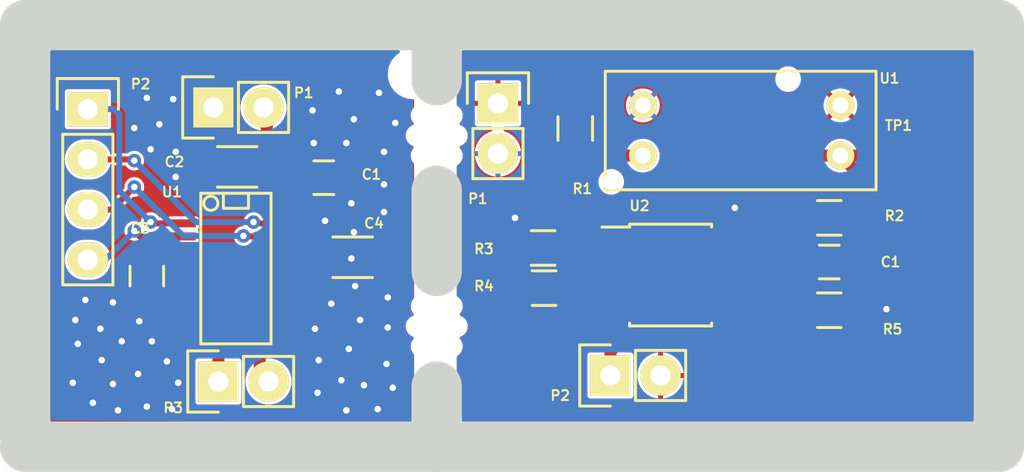
<source format=kicad_pcb>
(kicad_pcb (version 20221018) (generator pcbnew)
  (layers (0 "F.Cu" signal) (31 "B.Cu" signal) (34 "B.Paste" user) (35 "F.Paste" user) (36 "B.SilkS" user "B.Silkscreen") (37 "F.SilkS" user "F.Silkscreen") (38 "B.Mask" user) (39 "F.Mask" user) (44 "Edge.Cuts" user))
  (net 0 "")
  (net 1 "VCC")
  (net 2 "GND")
  (net 3 "Net-(P2-Pad1)")
  (net 4 "Net-(R1-Pad1)")
  (net 5 "Net-(R2-Pad2)")
  (net 6 "Net-(R3-Pad2)")
  (net 7 "Net-(U2-Pad5)")
  (net 8 "/VCC")
  (net 9 "/VM")
  (net 10 "/PWM")
  (net 11 "/IN2")
  (net 12 "/IN1")
  (net 13 "/STBY")
  (net 14 "/O1")
  (net 15 "/O2")
  (footprint "Capacitors_SMD:C_0805" (layer "F.Cu") (at 143.129 90.0176)
    (fp_text reference "C1" (at 2.413 -0.1651) (layer "F.SilkS") (effects (font (size 0.5 0.5) (thickness 0.1))))
    (fp_text value ".1U")
    (fp_line (start -0.5 0.85) (end 0.5 0.85) (stroke (width 0.15)) (layer "F.SilkS"))
    (fp_line (start 0.5 -0.85) (end -0.5 -0.85) (stroke (width 0.15)) (layer "F.SilkS"))
    (pad "1" smd rect (at -1 0) (size 1 1.25) (layers "F.Cu" "F.Paste" "F.Mask") (net 8 "/VCC"))
    (pad "2" smd rect (at 1 0) (size 1 1.25) (layers "F.Cu" "F.Paste" "F.Mask") (net 2 "GND"))
  )
  (footprint "Capacitors_SMD:C_1206" (layer "F.Cu") (at 138.7475 89.4715 180)
    (fp_text reference "C2" (at 3.175 0.254 180) (layer "F.SilkS") (effects (font (size 0.5 0.5) (thickness 0.1))))
    (fp_text value "10U")
    (fp_line (start -1 1.025) (end 1 1.025) (stroke (width 0.15)) (layer "F.SilkS"))
    (fp_line (start 1 -1.025) (end -1 -1.025) (stroke (width 0.15)) (layer "F.SilkS"))
    (pad "1" smd rect (at -1.5 0 180) (size 1 1.6) (layers "F.Cu" "F.Paste" "F.Mask") (net 8 "/VCC"))
    (pad "2" smd rect (at 1.5 0 180) (size 1 1.6) (layers "F.Cu" "F.Paste" "F.Mask") (net 2 "GND"))
  )
  (footprint "Capacitors_SMD:C_0805" (layer "F.Cu") (at 134.1755 94.996 -90)
    (fp_text reference "C3" (at -2.413 0.3175) (layer "F.SilkS") (effects (font (size 0.5 0.5) (thickness 0.1))))
    (fp_text value ".1U")
    (fp_line (start -0.5 0.85) (end 0.5 0.85) (stroke (width 0.15)) (layer "F.SilkS"))
    (fp_line (start 0.5 -0.85) (end -0.5 -0.85) (stroke (width 0.15)) (layer "F.SilkS"))
    (pad "1" smd rect (at -1 0 270) (size 1 1.25) (layers "F.Cu" "F.Paste" "F.Mask") (net 9 "/VM"))
    (pad "2" smd rect (at 1 0 270) (size 1 1.25) (layers "F.Cu" "F.Paste" "F.Mask") (net 2 "GND"))
  )
  (footprint "Capacitors_SMD:C_1206" (layer "F.Cu") (at 144.5895 94.0435)
    (fp_text reference "C4" (at 1.0795 -1.7145) (layer "F.SilkS") (effects (font (size 0.5 0.5) (thickness 0.1))))
    (fp_text value "10U")
    (fp_line (start -1 1.025) (end 1 1.025) (stroke (width 0.15)) (layer "F.SilkS"))
    (fp_line (start 1 -1.025) (end -1 -1.025) (stroke (width 0.15)) (layer "F.SilkS"))
    (pad "1" smd rect (at -1.5 0) (size 1 1.6) (layers "F.Cu" "F.Paste" "F.Mask") (net 9 "/VM"))
    (pad "2" smd rect (at 1.5 0) (size 1 1.6) (layers "F.Cu" "F.Paste" "F.Mask") (net 2 "GND"))
  )
  (footprint "Pin_Headers:Pin_Header_Straight_1x02" (layer "F.Cu") (at 137.541 86.4616 90)
    (fp_text reference "P1" (at 0.7366 4.572 180) (layer "F.SilkS") (effects (font (size 0.5 0.5) (thickness 0.1))))
    (fp_text value "CONN_01X02")
    (fp_line (start -1.55 -1.55) (end 1.55 -1.55) (stroke (width 0.15)) (layer "F.SilkS"))
    (fp_line (start -1.55 0) (end -1.55 -1.55) (stroke (width 0.15)) (layer "F.SilkS"))
    (fp_line (start -1.27 1.27) (end -1.27 3.81) (stroke (width 0.15)) (layer "F.SilkS"))
    (fp_line (start -1.27 3.81) (end 1.27 3.81) (stroke (width 0.15)) (layer "F.SilkS"))
    (fp_line (start 1.27 1.27) (end -1.27 1.27) (stroke (width 0.15)) (layer "F.SilkS"))
    (fp_line (start 1.27 1.27) (end 1.27 3.81) (stroke (width 0.15)) (layer "F.SilkS"))
    (fp_line (start 1.55 -1.55) (end 1.55 0) (stroke (width 0.15)) (layer "F.SilkS"))
    (pad "1" thru_hole rect (at 0 0 90) (size 2.032 2.032) (drill 1.016) (layers "*.Cu" "*.Mask" "F.SilkS") (net 2 "GND"))
    (pad "2" thru_hole oval (at 0 2.54 90) (size 2.032 2.032) (drill 1.016) (layers "*.Cu" "*.Mask" "F.SilkS") (net 8 "/VCC"))
  )
  (footprint "Pin_Headers:Pin_Header_Straight_1x04" (layer "F.Cu") (at 131.191 86.5505)
    (fp_text reference "P2" (at 2.667 -1.27) (layer "F.SilkS") (effects (font (size 0.5 0.5) (thickness 0.1))))
    (fp_text value "CONN_01X04")
    (fp_line (start -1.55 -1.55) (end 1.55 -1.55) (stroke (width 0.15)) (layer "F.SilkS"))
    (fp_line (start -1.55 0) (end -1.55 -1.55) (stroke (width 0.15)) (layer "F.SilkS"))
    (fp_line (start -1.27 1.27) (end -1.27 8.89) (stroke (width 0.15)) (layer "F.SilkS"))
    (fp_line (start -1.27 8.89) (end 1.27 8.89) (stroke (width 0.15)) (layer "F.SilkS"))
    (fp_line (start 1.27 1.27) (end -1.27 1.27) (stroke (width 0.15)) (layer "F.SilkS"))
    (fp_line (start 1.27 1.27) (end 1.27 8.89) (stroke (width 0.15)) (layer "F.SilkS"))
    (fp_line (start 1.55 -1.55) (end 1.55 0) (stroke (width 0.15)) (layer "F.SilkS"))
    (pad "1" thru_hole rect (at 0 0) (size 2.032 1.7272) (drill 1.016) (layers "*.Cu" "*.Mask" "F.SilkS") (net 10 "/PWM"))
    (pad "2" thru_hole oval (at 0 2.54) (size 2.032 1.7272) (drill 1.016) (layers "*.Cu" "*.Mask" "F.SilkS") (net 11 "/IN2"))
    (pad "3" thru_hole oval (at 0 5.08) (size 2.032 1.7272) (drill 1.016) (layers "*.Cu" "*.Mask" "F.SilkS") (net 12 "/IN1"))
    (pad "4" thru_hole oval (at 0 7.62) (size 2.032 1.7272) (drill 1.016) (layers "*.Cu" "*.Mask" "F.SilkS") (net 13 "/STBY"))
  )
  (footprint "Pin_Headers:Pin_Header_Straight_1x02" (layer "F.Cu") (at 137.795 100.33 90)
    (fp_text reference "P3" (at -1.3335 -2.286 180) (layer "F.SilkS") (effects (font (size 0.5 0.5) (thickness 0.1))))
    (fp_text value "CONN_01X02")
    (fp_line (start -1.55 -1.55) (end 1.55 -1.55) (stroke (width 0.15)) (layer "F.SilkS"))
    (fp_line (start -1.55 0) (end -1.55 -1.55) (stroke (width 0.15)) (layer "F.SilkS"))
    (fp_line (start -1.27 1.27) (end -1.27 3.81) (stroke (width 0.15)) (layer "F.SilkS"))
    (fp_line (start -1.27 3.81) (end 1.27 3.81) (stroke (width 0.15)) (layer "F.SilkS"))
    (fp_line (start 1.27 1.27) (end -1.27 1.27) (stroke (width 0.15)) (layer "F.SilkS"))
    (fp_line (start 1.27 1.27) (end 1.27 3.81) (stroke (width 0.15)) (layer "F.SilkS"))
    (fp_line (start 1.55 -1.55) (end 1.55 0) (stroke (width 0.15)) (layer "F.SilkS"))
    (pad "1" thru_hole rect (at 0 0 90) (size 2.032 2.032) (drill 1.016) (layers "*.Cu" "*.Mask" "F.SilkS") (net 14 "/O1"))
    (pad "2" thru_hole oval (at 0 2.54 90) (size 2.032 2.032) (drill 1.016) (layers "*.Cu" "*.Mask" "F.SilkS") (net 15 "/O2"))
  )
  (footprint "SMD_Packages:SSOP-20" (layer "F.Cu") (at 138.684 94.615 -90)
    (fp_text reference "U1" (at -3.8735 3.2385) (layer "F.SilkS") (effects (font (size 0.5 0.5) (thickness 0.1))))
    (fp_text value "TB6593FNG")
    (fp_line (start -3.81 -0.635) (end -3.048 -0.635) (stroke (width 0.15)) (layer "F.SilkS"))
    (fp_line (start -3.81 1.778) (end -3.81 -1.778) (stroke (width 0.15)) (layer "F.SilkS"))
    (fp_line (start -3.81 1.778) (end 3.81 1.778) (stroke (width 0.15)) (layer "F.SilkS"))
    (fp_line (start -3.048 -0.635) (end -3.048 0.635) (stroke (width 0.15)) (layer "F.SilkS"))
    (fp_line (start -3.048 0.635) (end -3.81 0.635) (stroke (width 0.15)) (layer "F.SilkS"))
    (fp_line (start 3.81 -1.778) (end -3.81 -1.778) (stroke (width 0.15)) (layer "F.SilkS"))
    (fp_line (start 3.81 -1.778) (end 3.81 1.778) (stroke (width 0.15)) (layer "F.SilkS"))
    (fp_circle (center -3.302 1.27) (end -3.556 1.016) (stroke (width 0.15)) (fill none) (layer "F.SilkS"))
    (pad "1" smd rect (at -2.921 2.667 270) (size 0.4064 1.27) (layers "F.Cu" "F.Paste" "F.Mask") (net 2 "GND"))
    (pad "2" smd rect (at -2.286 2.667 270) (size 0.4064 1.27) (layers "F.Cu" "F.Paste" "F.Mask") (net 10 "/PWM"))
    (pad "3" smd rect (at -1.6256 2.667 270) (size 0.4064 1.27) (layers "F.Cu" "F.Paste" "F.Mask") (net 13 "/STBY"))
    (pad "4" smd rect (at -0.9652 2.667 270) (size 0.4064 1.27) (layers "F.Cu" "F.Paste" "F.Mask") (net 9 "/VM"))
    (pad "5" smd rect (at -0.3302 2.667 270) (size 0.4064 1.27) (layers "F.Cu" "F.Paste" "F.Mask") (net 9 "/VM"))
    (pad "6" smd rect (at 0.3302 2.667 270) (size 0.4064 1.27) (layers "F.Cu" "F.Paste" "F.Mask") (net 14 "/O1"))
    (pad "7" smd rect (at 0.9906 2.667 270) (size 0.4064 1.27) (layers "F.Cu" "F.Paste" "F.Mask") (net 14 "/O1"))
    (pad "8" smd rect (at 1.6256 2.667 270) (size 0.4064 1.27) (layers "F.Cu" "F.Paste" "F.Mask") (net 2 "GND"))
    (pad "9" smd rect (at 2.286 2.667 270) (size 0.4064 1.27) (layers "F.Cu" "F.Paste" "F.Mask") (net 2 "GND"))
    (pad "10" smd rect (at 2.921 2.667 270) (size 0.4064 1.27) (layers "F.Cu" "F.Paste" "F.Mask") (net 2 "GND"))
    (pad "11" smd rect (at 2.921 -2.667 270) (size 0.4064 1.27) (layers "F.Cu" "F.Paste" "F.Mask") (net 2 "GND"))
    (pad "12" smd rect (at 2.286 -2.667 270) (size 0.4064 1.27) (layers "F.Cu" "F.Paste" "F.Mask") (net 2 "GND"))
    (pad "13" smd rect (at 1.6256 -2.667 270) (size 0.4064 1.27) (layers "F.Cu" "F.Paste" "F.Mask") (net 2 "GND"))
    (pad "14" smd rect (at 0.9906 -2.667 270) (size 0.4064 1.27) (layers "F.Cu" "F.Paste" "F.Mask") (net 15 "/O2"))
    (pad "15" smd rect (at 0.3302 -2.667 270) (size 0.4064 1.27) (layers "F.Cu" "F.Paste" "F.Mask") (net 15 "/O2"))
    (pad "16" smd rect (at -0.3302 -2.667 270) (size 0.4064 1.27) (layers "F.Cu" "F.Paste" "F.Mask") (net 9 "/VM"))
    (pad "17" smd rect (at -0.9652 -2.667 270) (size 0.4064 1.27) (layers "F.Cu" "F.Paste" "F.Mask") (net 9 "/VM"))
    (pad "18" smd rect (at -1.6256 -2.667 270) (size 0.4064 1.27) (layers "F.Cu" "F.Paste" "F.Mask") (net 12 "/IN1"))
    (pad "19" smd rect (at -2.286 -2.667 270) (size 0.4064 1.27) (layers "F.Cu" "F.Paste" "F.Mask") (net 11 "/IN2"))
    (pad "20" smd rect (at -2.921 -2.667 270) (size 0.4064 1.27) (layers "F.Cu" "F.Paste" "F.Mask") (net 8 "/VCC"))
  )
  (footprint "Capacitors_SMD:C_0805_HandSoldering" (layer "F.Cu") (at 168.7068 94.2848)
    (fp_text reference "C1" (at 3.0988 0) (layer "F.SilkS") (effects (font (size 0.5 0.5) (thickness 0.1))))
    (fp_text value "C")
    (fp_line (start -0.5 0.85) (end 0.5 0.85) (stroke (width 0.15)) (layer "F.SilkS"))
    (fp_line (start 0.5 -0.85) (end -0.5 -0.85) (stroke (width 0.15)) (layer "F.SilkS"))
    (pad "1" smd rect (at -1.25 0) (size 1.5 1.25) (layers "F.Cu" "F.Paste" "F.Mask") (net 1 "VCC"))
    (pad "2" smd rect (at 1.25 0) (size 1.5 1.25) (layers "F.Cu" "F.Paste" "F.Mask") (net 2 "GND"))
  )
  (footprint "Pin_Headers:Pin_Header_Straight_1x02" (layer "F.Cu") (at 151.9428 86.2584)
    (fp_text reference "P1" (at -1.016 4.826) (layer "F.SilkS") (effects (font (size 0.5 0.5) (thickness 0.1))))
    (fp_text value "CONN_01X02")
    (fp_line (start -1.55 -1.55) (end 1.55 -1.55) (stroke (width 0.15)) (layer "F.SilkS"))
    (fp_line (start -1.55 0) (end -1.55 -1.55) (stroke (width 0.15)) (layer "F.SilkS"))
    (fp_line (start -1.27 1.27) (end -1.27 3.81) (stroke (width 0.15)) (layer "F.SilkS"))
    (fp_line (start -1.27 3.81) (end 1.27 3.81) (stroke (width 0.15)) (layer "F.SilkS"))
    (fp_line (start 1.27 1.27) (end -1.27 1.27) (stroke (width 0.15)) (layer "F.SilkS"))
    (fp_line (start 1.27 1.27) (end 1.27 3.81) (stroke (width 0.15)) (layer "F.SilkS"))
    (fp_line (start 1.55 -1.55) (end 1.55 0) (stroke (width 0.15)) (layer "F.SilkS"))
    (pad "1" thru_hole rect (at 0 0) (size 2.032 2.032) (drill 1.016) (layers "*.Cu" "*.Mask" "F.SilkS") (net 2 "GND"))
    (pad "2" thru_hole oval (at 0 2.54) (size 2.032 2.032) (drill 1.016) (layers "*.Cu" "*.Mask" "F.SilkS") (net 1 "VCC"))
  )
  (footprint "Pin_Headers:Pin_Header_Straight_1x02" (layer "F.Cu") (at 157.6324 100.0252 90)
    (fp_text reference "P2" (at -1.016 -2.54) (layer "F.SilkS") (effects (font (size 0.5 0.5) (thickness 0.1))))
    (fp_text value "CONN_01X02")
    (fp_line (start -1.55 -1.55) (end 1.55 -1.55) (stroke (width 0.15)) (layer "F.SilkS"))
    (fp_line (start -1.55 0) (end -1.55 -1.55) (stroke (width 0.15)) (layer "F.SilkS"))
    (fp_line (start -1.27 1.27) (end -1.27 3.81) (stroke (width 0.15)) (layer "F.SilkS"))
    (fp_line (start -1.27 3.81) (end 1.27 3.81) (stroke (width 0.15)) (layer "F.SilkS"))
    (fp_line (start 1.27 1.27) (end -1.27 1.27) (stroke (width 0.15)) (layer "F.SilkS"))
    (fp_line (start 1.27 1.27) (end 1.27 3.81) (stroke (width 0.15)) (layer "F.SilkS"))
    (fp_line (start 1.55 -1.55) (end 1.55 0) (stroke (width 0.15)) (layer "F.SilkS"))
    (pad "1" thru_hole rect (at 0 0 90) (size 2.032 2.032) (drill 1.016) (layers "*.Cu" "*.Mask" "F.SilkS") (net 3 "Net-(P2-Pad1)"))
    (pad "2" thru_hole oval (at 0 2.54 90) (size 2.032 2.032) (drill 1.016) (layers "*.Cu" "*.Mask" "F.SilkS") (net 2 "GND"))
  )
  (footprint "Resistors_SMD:R_0805_HandSoldering" (layer "F.Cu") (at 155.8544 87.5284 90)
    (fp_text reference "R1" (at -3.048 0.3556 180) (layer "F.SilkS") (effects (font (size 0.5 0.5) (thickness 0.1))))
    (fp_text value "100")
    (fp_line (start -0.6 -0.875) (end 0.6 -0.875) (stroke (width 0.15)) (layer "F.SilkS"))
    (fp_line (start 0.6 0.875) (end -0.6 0.875) (stroke (width 0.15)) (layer "F.SilkS"))
    (pad "1" smd rect (at -1.35 0 90) (size 1.5 1.3) (layers "F.Cu" "F.Paste" "F.Mask") (net 4 "Net-(R1-Pad1)"))
    (pad "2" smd rect (at 1.35 0 90) (size 1.5 1.3) (layers "F.Cu" "F.Paste" "F.Mask") (net 2 "GND"))
  )
  (footprint "Resistors_SMD:R_0805_HandSoldering" (layer "F.Cu") (at 168.7068 92.0496)
    (fp_text reference "R2" (at 3.302 -0.1016) (layer "F.SilkS") (effects (font (size 0.5 0.5) (thickness 0.1))))
    (fp_text value "1K")
    (fp_line (start -0.6 -0.875) (end 0.6 -0.875) (stroke (width 0.15)) (layer "F.SilkS"))
    (fp_line (start 0.6 0.875) (end -0.6 0.875) (stroke (width 0.15)) (layer "F.SilkS"))
    (pad "1" smd rect (at -1.35 0) (size 1.5 1.3) (layers "F.Cu" "F.Paste" "F.Mask") (net 1 "VCC"))
    (pad "2" smd rect (at 1.35 0) (size 1.5 1.3) (layers "F.Cu" "F.Paste" "F.Mask") (net 5 "Net-(R2-Pad2)"))
  )
  (footprint "Resistors_SMD:R_0805_HandSoldering" (layer "F.Cu") (at 154.2288 93.5736)
    (fp_text reference "R3" (at -2.9972 0.0508) (layer "F.SilkS") (effects (font (size 0.5 0.5) (thickness 0.1))))
    (fp_text value "1K")
    (fp_line (start -0.6 -0.875) (end 0.6 -0.875) (stroke (width 0.15)) (layer "F.SilkS"))
    (fp_line (start 0.6 0.875) (end -0.6 0.875) (stroke (width 0.15)) (layer "F.SilkS"))
    (pad "1" smd rect (at -1.35 0) (size 1.5 1.3) (layers "F.Cu" "F.Paste" "F.Mask") (net 1 "VCC"))
    (pad "2" smd rect (at 1.35 0) (size 1.5 1.3) (layers "F.Cu" "F.Paste" "F.Mask") (net 6 "Net-(R3-Pad2)"))
  )
  (footprint "Resistors_SMD:R_0805_HandSoldering" (layer "F.Cu") (at 154.2796 95.6056 180)
    (fp_text reference "R4" (at 3.048 0.1016 180) (layer "F.SilkS") (effects (font (size 0.5 0.5) (thickness 0.1))))
    (fp_text value "1K")
    (fp_line (start -0.6 -0.875) (end 0.6 -0.875) (stroke (width 0.15)) (layer "F.SilkS"))
    (fp_line (start 0.6 0.875) (end -0.6 0.875) (stroke (width 0.15)) (layer "F.SilkS"))
    (pad "1" smd rect (at -1.35 0 180) (size 1.5 1.3) (layers "F.Cu" "F.Paste" "F.Mask") (net 6 "Net-(R3-Pad2)"))
    (pad "2" smd rect (at 1.35 0 180) (size 1.5 1.3) (layers "F.Cu" "F.Paste" "F.Mask") (net 2 "GND"))
  )
  (footprint "Resistors_SMD:R_0805_HandSoldering" (layer "F.Cu") (at 168.7068 96.7232 180)
    (fp_text reference "R5" (at -3.2004 -0.9652 180) (layer "F.SilkS") (effects (font (size 0.5 0.5) (thickness 0.1))))
    (fp_text value "1K")
    (fp_line (start -0.6 -0.875) (end 0.6 -0.875) (stroke (width 0.15)) (layer "F.SilkS"))
    (fp_line (start 0.6 0.875) (end -0.6 0.875) (stroke (width 0.15)) (layer "F.SilkS"))
    (pad "1" smd rect (at -1.35 0 180) (size 1.5 1.3) (layers "F.Cu" "F.Paste" "F.Mask") (net 1 "VCC"))
    (pad "2" smd rect (at 1.35 0 180) (size 1.5 1.3) (layers "F.Cu" "F.Paste" "F.Mask") (net 3 "Net-(P2-Pad1)"))
  )
  (footprint "Measurement_Points:Measurement_Point_Round-SMD-Pad_Small" (layer "F.Cu") (at 172.466 88.9)
    (fp_text reference "TP1" (at -0.254 -1.524) (layer "F.SilkS") (effects (font (size 0.5 0.5) (thickness 0.1))))
    (fp_text value "OptoOut")
    (pad "1" smd circle (at 0 0) (size 1.524 1.524) (layers "F.Cu" "F.Paste" "F.Mask") (net 5 "Net-(R2-Pad2)"))
  )
  (footprint "Housings_SOIC:SOIC-8_3.9x4.9mm_Pitch1.27mm" (layer "F.Cu") (at 160.6804 94.9452)
    (fp_text reference "U2" (at -1.5748 -3.5052) (layer "F.SilkS") (effects (font (size 0.5 0.5) (thickness 0.1))))
    (fp_text value "LM311N")
    (fp_line (start -2.075 -2.575) (end -2.075 -2.43) (stroke (width 0.15)) (layer "F.SilkS"))
    (fp_line (start -2.075 -2.575) (end 2.075 -2.575) (stroke (width 0.15)) (layer "F.SilkS"))
    (fp_line (start -2.075 -2.43) (end -3.475 -2.43) (stroke (width 0.15)) (layer "F.SilkS"))
    (fp_line (start -2.075 2.575) (end -2.075 2.43) (stroke (width 0.15)) (layer "F.SilkS"))
    (fp_line (start -2.075 2.575) (end 2.075 2.575) (stroke (width 0.15)) (layer "F.SilkS"))
    (fp_line (start 2.075 -2.575) (end 2.075 -2.43) (stroke (width 0.15)) (layer "F.SilkS"))
    (fp_line (start 2.075 2.575) (end 2.075 2.43) (stroke (width 0.15)) (layer "F.SilkS"))
    (pad "1" smd rect (at -2.7 -1.905) (size 1.55 0.6) (layers "F.Cu" "F.Paste" "F.Mask") (net 2 "GND"))
    (pad "2" smd rect (at -2.7 -0.635) (size 1.55 0.6) (layers "F.Cu" "F.Paste" "F.Mask") (net 5 "Net-(R2-Pad2)"))
    (pad "3" smd rect (at -2.7 0.635) (size 1.55 0.6) (layers "F.Cu" "F.Paste" "F.Mask") (net 6 "Net-(R3-Pad2)"))
    (pad "4" smd rect (at -2.7 1.905) (size 1.55 0.6) (layers "F.Cu" "F.Paste" "F.Mask") (net 2 "GND"))
    (pad "5" smd rect (at 2.7 1.905) (size 1.55 0.6) (layers "F.Cu" "F.Paste" "F.Mask") (net 7 "Net-(U2-Pad5)"))
    (pad "6" smd rect (at 2.7 0.635) (size 1.55 0.6) (layers "F.Cu" "F.Paste" "F.Mask") (net 7 "Net-(U2-Pad5)"))
    (pad "7" smd rect (at 2.7 -0.635) (size 1.55 0.6) (layers "F.Cu" "F.Paste" "F.Mask") (net 3 "Net-(P2-Pad1)"))
    (pad "8" smd rect (at 2.7 -1.905) (size 1.55 0.6) (layers "F.Cu" "F.Paste" "F.Mask") (net 1 "VCC"))
  )
  (footprint "MotorEncoder:RPI-579N1" (layer "F.Cu") (at 164.2745 87.63)
    (fp_text reference "U1" (at 7.4803 -2.6416) (layer "F.SilkS") (effects (font (size 0.5 0.5) (thickness 0.1))))
    (fp_text value "RPI-579N1")
    (fp_line (start -6.9 -3) (end -6.9 3) (stroke (width 0.15)) (layer "F.SilkS"))
    (fp_line (start -6.8 -3) (end 6.8 -3) (stroke (width 0.15)) (layer "F.SilkS"))
    (fp_line (start 6.8 -3) (end 6.8 3) (stroke (width 0.15)) (layer "F.SilkS"))
    (fp_line (start 6.8 3) (end -6.8 3) (stroke (width 0.15)) (layer "F.SilkS"))
    (pad "" np_thru_hole circle (at -6.6 2.6) (size 0.8 0.8) (drill 0.8) (layers "*.Cu" "*.Mask" "F.SilkS"))
    (pad "" np_thru_hole circle (at 2.35 -2.6) (size 0.8 0.8) (drill 0.8) (layers "*.Cu" "*.Mask" "F.SilkS"))
    (pad "1" thru_hole circle (at -5 -1.27) (size 1.4 1.4) (drill 0.8) (layers "*.Cu" "*.Mask" "F.SilkS") (net 1 "VCC"))
    (pad "2" thru_hole circle (at -5 1.27) (size 1.4 1.4) (drill 0.8) (layers "*.Cu" "*.Mask" "F.SilkS") (net 4 "Net-(R1-Pad1)"))
    (pad "3" thru_hole circle (at 5 1.27) (size 1.4 1.4) (drill 0.8) (layers "*.Cu" "*.Mask" "F.SilkS") (net 5 "Net-(R2-Pad2)"))
    (pad "4" thru_hole circle (at 5 -1.27) (size 1.4 1.4) (drill 0.8) (layers "*.Cu" "*.Mask" "F.SilkS") (net 2 "GND"))
  )
  (footprint "MotorEncoder:MouseBite" (layer "F.Cu") (at 148.082 96.52)
    (fp_text reference "REF**" hide)
    (fp_text value "MouseBite")
    (pad "" np_thru_hole circle (at -0.254 1.016) (size 0.6096 0.6096) (drill 0.6096) (layers "*.Cu" "*.Mask" "F.SilkS"))
    (pad "" np_thru_hole circle (at 0 0) (size 0.6096 0.6096) (drill 0.6096) (layers "*.Cu" "*.Mask" "F.SilkS"))
    (pad "" np_thru_hole circle (at 0 2.032) (size 0.6096 0.6096) (drill 0.6096) (layers "*.Cu" "*.Mask" "F.SilkS"))
    (pad "" np_thru_hole circle (at 1.524 0) (size 0.6096 0.6096) (drill 0.6096) (layers "*.Cu" "*.Mask" "F.SilkS"))
    (pad "" np_thru_hole circle (at 1.524 2.032) (size 0.6096 0.6096) (drill 0.6096) (layers "*.Cu" "*.Mask" "F.SilkS"))
    (pad "" np_thru_hole circle (at 1.778 1.016) (size 0.6096 0.6096) (drill 0.6096) (layers "*.Cu" "*.Mask" "F.SilkS"))
  )
  (footprint "MotorEncoder:MouseBite" (layer "F.Cu") (at 148.082 86.868)
    (fp_text reference "REF**" hide)
    (fp_text value "MouseBite")
    (pad "" np_thru_hole circle (at -0.254 1.016) (size 0.6096 0.6096) (drill 0.6096) (layers "*.Cu" "*.Mask" "F.SilkS"))
    (pad "" np_thru_hole circle (at 0 0) (size 0.6096 0.6096) (drill 0.6096) (layers "*.Cu" "*.Mask" "F.SilkS"))
    (pad "" np_thru_hole circle (at 0 2.032) (size 0.6096 0.6096) (drill 0.6096) (layers "*.Cu" "*.Mask" "F.SilkS"))
    (pad "" np_thru_hole circle (at 1.524 0) (size 0.6096 0.6096) (drill 0.6096) (layers "*.Cu" "*.Mask" "F.SilkS"))
    (pad "" np_thru_hole circle (at 1.524 2.032) (size 0.6096 0.6096) (drill 0.6096) (layers "*.Cu" "*.Mask" "F.SilkS"))
    (pad "" np_thru_hole circle (at 1.778 1.016) (size 0.6096 0.6096) (drill 0.6096) (layers "*.Cu" "*.Mask" "F.SilkS"))
  )
  (gr_line (start 148.844 103.632) (end 176.784 103.632) (stroke (width 2.54)) (layer "Edge.Cuts"))
  (gr_line (start 148.844 102.87) (end 148.844 100.584) (stroke (width 2.54)) (layer "Edge.Cuts"))
  (gr_line (start 177.292 103.632) (end 177.292 82.296) (stroke (width 2.54)) (layer "Edge.Cuts"))
  (gr_line (start 148.844 90.678) (end 148.844 94.742) (stroke (width 2.54)) (layer "Edge.Cuts"))
  (gr_line (start 148.844 103.124) (end 148.844 103.632) (stroke (width 2.54)) (layer "Edge.Cuts"))
  (gr_line (start 148.844 103.632) (end 128.016 103.632) (stroke (width 2.54)) (layer "Edge.Cuts"))
  (gr_line (start 176.784 103.632) (end 177.292 103.632) (stroke (width 2.54)) (layer "Edge.Cuts"))
  (gr_line (start 128.016 82.296) (end 128.016 103.124) (stroke (width 2.54)) (layer "Edge.Cuts"))
  (gr_line (start 148.844 83.566) (end 148.844 85.09) (stroke (width 2.54)) (layer "Edge.Cuts"))
  (gr_line (start 148.844 82.296) (end 128.016 82.296) (stroke (width 2.54)) (layer "Edge.Cuts"))
  (gr_line (start 148.844 82.296) (end 148.844 83.312) (stroke (width 2.54)) (layer "Edge.Cuts"))
  (gr_line (start 177.292 82.296) (end 148.844 82.296) (stroke (width 2.54)) (layer "Edge.Cuts"))
  (gr_line (start 147.7645 84.7725) (end 147.6375 84.7725) (stroke (width 0.1)) (layer "Edge.Cuts"))
  (segment (start 163.4566 92.964) (end 163.3804 93.0402) (width 0.6096) (layer "F.Cu") (net 1))
  (segment (start 164.592 92.964) (end 163.4566 92.964) (width 0.6096) (layer "F.Cu") (net 1))
  (segment (start 164.592 92.202) (end 163.9316 91.5416) (width 0.6096) (layer "F.Cu") (net 1))
  (segment (start 164.592 92.9132) (end 164.592 92.202) (width 0.6096) (layer "F.Cu") (net 1))
  (segment (start 164.9984 92.9132) (end 166.37 94.2848) (width 0.6096) (layer "F.Cu") (net 1))
  (segment (start 166.37 94.2848) (end 167.4568 94.2848) (width 0.6096) (layer "F.Cu") (net 1))
  (segment (start 165.862 92.0496) (end 164.9984 92.9132) (width 0.6096) (layer "F.Cu") (net 1))
  (segment (start 171.5516 96.7232) (end 171.6024 96.6724) (width 0.6096) (layer "F.Cu") (net 1))
  (segment (start 152.8788 92.122) (end 152.8064 92.0496) (width 0.6096) (layer "F.Cu") (net 1))
  (segment (start 152.8788 93.5736) (end 152.8788 92.122) (width 0.6096) (layer "F.Cu") (net 1))
  (segment (start 170.0568 96.7232) (end 171.5516 96.7232) (width 0.6096) (layer "F.Cu") (net 1))
  (segment (start 164.592 92.9132) (end 164.9984 92.9132) (width 0.6096) (layer "F.Cu") (net 1))
  (segment (start 167.3568 92.0496) (end 165.862 92.0496) (width 0.6096) (layer "F.Cu") (net 1))
  (segment (start 164.592 92.964) (end 164.592 92.9132) (width 0.6096) (layer "F.Cu") (net 1))
  (via (at 163.9316 91.5416) (size 0.6858) (drill 0.3302) (layers "F.Cu" "B.Cu") (net 1))
  (via (at 171.6024 96.6724) (size 0.6858) (drill 0.3302) (layers "F.Cu" "B.Cu") (net 1))
  (via (at 152.8064 92.0496) (size 0.6858) (drill 0.3302) (layers "F.Cu" "B.Cu") (net 1))
  (segment (start 144.129 89.4555) (end 142.9385 88.265) (width 0.3048) (layer "F.Cu") (net 2))
  (segment (start 142.9385 88.265) (end 142.621 88.265) (width 0.3048) (layer "F.Cu") (net 2))
  (segment (start 142.5575 86.614) (end 143.51 85.6615) (width 0.3048) (layer "F.Cu") (net 2))
  (segment (start 143.51 85.6615) (end 143.891 85.6615) (width 0.3048) (layer "F.Cu") (net 2))
  (segment (start 145.923 85.725) (end 146.7485 86.5505) (width 0.3048) (layer "F.Cu") (net 2))
  (segment (start 146.7485 86.5505) (end 146.7485 87.249) (width 0.3048) (layer "F.Cu") (net 2))
  (segment (start 144.653 87.0585) (end 144.272 87.4395) (width 0.3048) (layer "F.Cu") (net 2))
  (segment (start 144.272 87.4395) (end 144.272 88.265) (width 0.3048) (layer "F.Cu") (net 2))
  (segment (start 146.177 88.7095) (end 146.177 90.3605) (width 0.3048) (layer "F.Cu") (net 2))
  (segment (start 146.177 91.7575) (end 145.7325 91.313) (width 0.3048) (layer "F.Cu") (net 2))
  (segment (start 145.7325 91.313) (end 144.526 91.313) (width 0.3048) (layer "F.Cu") (net 2))
  (segment (start 143.1925 92.202) (end 143.764 92.7735) (width 0.3048) (layer "F.Cu") (net 2))
  (segment (start 143.764 92.7735) (end 144.653 92.7735) (width 0.3048) (layer "F.Cu") (net 2))
  (segment (start 144.526 94.107) (end 144.7165 94.2975) (width 0.3048) (layer "F.Cu") (net 2))
  (segment (start 144.7165 94.2975) (end 144.7165 95.504) (width 0.3048) (layer "F.Cu") (net 2))
  (segment (start 146.3675 96.0755) (end 146.3675 97.5995) (width 0.3048) (layer "F.Cu") (net 2))
  (segment (start 144.9705 97.2185) (end 144.145 96.393) (width 0.3048) (layer "F.Cu") (net 2))
  (segment (start 144.145 96.393) (end 143.51 96.393) (width 0.3048) (layer "F.Cu") (net 2))
  (segment (start 142.6845 97.663) (end 142.875 97.8535) (width 0.3048) (layer "F.Cu") (net 2))
  (segment (start 142.875 97.8535) (end 142.875 99.2505) (width 0.3048) (layer "F.Cu") (net 2))
  (segment (start 144.399 98.679) (end 145.161 99.441) (width 0.3048) (layer "F.Cu") (net 2))
  (segment (start 145.161 99.441) (end 146.304 99.441) (width 0.3048) (layer "F.Cu") (net 2))
  (segment (start 146.6215 100.6475) (end 145.8595 101.4095) (width 0.3048) (layer "F.Cu") (net 2))
  (segment (start 145.8595 101.4095) (end 145.8595 101.727) (width 0.3048) (layer "F.Cu") (net 2))
  (segment (start 145.161 100.5205) (end 144.907 100.2665) (width 0.3048) (layer "F.Cu") (net 2))
  (segment (start 144.907 100.2665) (end 144.018 100.2665) (width 0.3048) (layer "F.Cu") (net 2))
  (segment (start 142.8115 100.9015) (end 143.7005 101.7905) (width 0.3048) (layer "F.Cu") (net 2))
  (segment (start 143.7005 101.7905) (end 144.272 101.7905) (width 0.3048) (layer "F.Cu") (net 2))
  (segment (start 135.4455 101.727) (end 135.763 101.4095) (width 0.3048) (layer "F.Cu") (net 2))
  (segment (start 135.763 101.4095) (end 135.763 100.3935) (width 0.3048) (layer "F.Cu") (net 2))
  (segment (start 135.1915 99.314) (end 134.4295 98.552) (width 0.3048) (layer "F.Cu") (net 2))
  (segment (start 134.4295 98.552) (end 134.4295 98.298) (width 0.3048) (layer "F.Cu") (net 2))
  (segment (start 133.7945 97.282) (end 132.9055 98.171) (width 0.3048) (layer "F.Cu") (net 2))
  (segment (start 132.9055 98.171) (end 132.9055 98.298) (width 0.3048) (layer "F.Cu") (net 2))
  (segment (start 133.731 99.949) (end 134.1755 100.3935) (width 0.3048) (layer "F.Cu") (net 2))
  (segment (start 134.1755 100.3935) (end 134.1755 101.6) (width 0.3048) (layer "F.Cu") (net 2))
  (segment (start 132.715 101.7905) (end 132.461 101.5365) (width 0.3048) (layer "F.Cu") (net 2))
  (segment (start 132.461 101.5365) (end 132.461 100.457) (width 0.3048) (layer "F.Cu") (net 2))
  (segment (start 131.8895 99.2505) (end 131.445 99.695) (width 0.3048) (layer "F.Cu") (net 2))
  (segment (start 131.445 99.695) (end 131.445 101.4095) (width 0.3048) (layer "F.Cu") (net 2))
  (segment (start 130.429 100.3935) (end 130.683 100.1395) (width 0.3048) (layer "F.Cu") (net 2))
  (segment (start 130.683 100.1395) (end 130.683 98.425) (width 0.3048) (layer "F.Cu") (net 2))
  (segment (start 131.826 97.663) (end 132.461 97.028) (width 0.3048) (layer "F.Cu") (net 2))
  (segment (start 132.461 97.028) (end 132.461 96.3295) (width 0.3048) (layer "F.Cu") (net 2))
  (segment (start 131.064 96.2025) (end 130.556 96.7105) (width 0.3048) (layer "F.Cu") (net 2))
  (segment (start 130.556 96.7105) (end 130.556 97.2185) (width 0.3048) (layer "F.Cu") (net 2))
  (segment (start 135.509 86.0425) (end 135.4455 85.979) (width 0.3048) (layer "F.Cu") (net 2))
  (segment (start 135.4455 85.979) (end 134.1755 85.979) (width 0.3048) (layer "F.Cu") (net 2))
  (segment (start 133.5405 87.503) (end 133.731 87.3125) (width 0.3048) (layer "F.Cu") (net 2))
  (segment (start 133.731 87.3125) (end 134.8105 87.3125) (width 0.3048) (layer "F.Cu") (net 2))
  (segment (start 135.636 88.7095) (end 135.509 88.5825) (width 0.3048) (layer "F.Cu") (net 2))
  (segment (start 135.509 88.5825) (end 134.366 88.5825) (width 0.3048) (layer "F.Cu") (net 2))
  (segment (start 144.129 90.0176) (end 144.129 89.4555) (width 0.3048) (layer "F.Cu") (net 2))
  (via (at 135.4455 101.727) (size 0.6858) (drill 0.3302) (layers "F.Cu" "B.Cu") (net 2))
  (via (at 134.4295 98.298) (size 0.6858) (drill 0.3302) (layers "F.Cu" "B.Cu") (net 2))
  (via (at 143.1925 92.202) (size 0.6858) (drill 0.3302) (layers "F.Cu" "B.Cu") (net 2))
  (via (at 134.366 88.5825) (size 0.6858) (drill 0.3302) (layers "F.Cu" "B.Cu") (net 2))
  (via (at 142.875 99.2505) (size 0.6858) (drill 0.3302) (layers "F.Cu" "B.Cu") (net 2))
  (via (at 131.826 97.663) (size 0.6858) (drill 0.3302) (layers "F.Cu" "B.Cu") (net 2))
  (via (at 142.621 88.265) (size 0.6858) (drill 0.3302) (layers "F.Cu" "B.Cu") (net 2))
  (via (at 144.018 100.2665) (size 0.6858) (drill 0.3302) (layers "F.Cu" "B.Cu") (net 2))
  (via (at 144.9705 97.2185) (size 0.6858) (drill 0.3302) (layers "F.Cu" "B.Cu") (net 2))
  (via (at 130.556 97.2185) (size 0.6858) (drill 0.3302) (layers "F.Cu" "B.Cu") (net 2))
  (via (at 144.653 87.0585) (size 0.6858) (drill 0.3302) (layers "F.Cu" "B.Cu") (net 2))
  (via (at 146.3675 96.0755) (size 0.6858) (drill 0.3302) (layers "F.Cu" "B.Cu") (net 2))
  (via (at 130.429 100.3935) (size 0.6858) (drill 0.3302) (layers "F.Cu" "B.Cu") (net 2))
  (via (at 144.399 98.679) (size 0.6858) (drill 0.3302) (layers "F.Cu" "B.Cu") (net 2))
  (via (at 146.6215 100.6475) (size 0.6858) (drill 0.3302) (layers "F.Cu" "B.Cu") (net 2))
  (via (at 144.653 92.7735) (size 0.6858) (drill 0.3302) (layers "F.Cu" "B.Cu") (net 2))
  (via (at 132.461 100.457) (size 0.6858) (drill 0.3302) (layers "F.Cu" "B.Cu") (net 2))
  (via (at 143.891 85.6615) (size 0.6858) (drill 0.3302) (layers "F.Cu" "B.Cu") (net 2))
  (via (at 144.272 101.7905) (size 0.6858) (drill 0.3302) (layers "F.Cu" "B.Cu") (net 2))
  (via (at 134.1755 85.979) (size 0.6858) (drill 0.3302) (layers "F.Cu" "B.Cu") (net 2))
  (via (at 133.731 99.949) (size 0.6858) (drill 0.3302) (layers "F.Cu" "B.Cu") (net 2))
  (via (at 131.064 96.2025) (size 0.6858) (drill 0.3302) (layers "F.Cu" "B.Cu") (net 2))
  (via (at 146.177 88.7095) (size 0.6858) (drill 0.3302) (layers "F.Cu" "B.Cu") (net 2))
  (via (at 146.7485 87.249) (size 0.6858) (drill 0.3302) (layers "F.Cu" "B.Cu") (net 2))
  (via (at 145.8595 101.727) (size 0.6858) (drill 0.3302) (layers "F.Cu" "B.Cu") (net 2))
  (via (at 135.1915 99.314) (size 0.6858) (drill 0.3302) (layers "F.Cu" "B.Cu") (net 2))
  (via (at 146.177 91.7575) (size 0.6858) (drill 0.3302) (layers "F.Cu" "B.Cu") (net 2))
  (via (at 146.3675 97.5995) (size 0.6858) (drill 0.3302) (layers "F.Cu" "B.Cu") (net 2))
  (via (at 130.683 98.425) (size 0.6858) (drill 0.3302) (layers "F.Cu" "B.Cu") (net 2))
  (via (at 143.51 96.393) (size 0.6858) (drill 0.3302) (layers "F.Cu" "B.Cu") (net 2))
  (via (at 144.7165 95.504) (size 0.6858) (drill 0.3302) (layers "F.Cu" "B.Cu") (net 2))
  (via (at 142.5575 86.614) (size 0.6858) (drill 0.3302) (layers "F.Cu" "B.Cu") (net 2))
  (via (at 131.8895 99.2505) (size 0.6858) (drill 0.3302) (layers "F.Cu" "B.Cu") (net 2))
  (via (at 146.177 90.3605) (size 0.6858) (drill 0.3302) (layers "F.Cu" "B.Cu") (net 2))
  (via (at 144.526 91.313) (size 0.6858) (drill 0.3302) (layers "F.Cu" "B.Cu") (net 2))
  (via (at 145.923 85.725) (size 0.6858) (drill 0.3302) (layers "F.Cu" "B.Cu") (net 2))
  (via (at 146.304 99.441) (size 0.6858) (drill 0.3302) (layers "F.Cu" "B.Cu") (net 2))
  (via (at 144.272 88.265) (size 0.6858) (drill 0.3302) (layers "F.Cu" "B.Cu") (net 2))
  (via (at 135.636 88.7095) (size 0.6858) (drill 0.3302) (layers "F.Cu" "B.Cu") (net 2))
  (via (at 132.9055 98.298) (size 0.6858) (drill 0.3302) (layers "F.Cu" "B.Cu") (net 2))
  (via (at 131.445 101.4095) (size 0.6858) (drill 0.3302) (layers "F.Cu" "B.Cu") (net 2))
  (via (at 132.715 101.7905) (size 0.6858) (drill 0.3302) (layers "F.Cu" "B.Cu") (net 2))
  (via (at 135.636 89.9795) (size 0.6858) (drill 0.3302) (layers "F.Cu" "B.Cu") (net 2))
  (via (at 144.526 94.107) (size 0.6858) (drill 0.3302) (layers "F.Cu" "B.Cu") (net 2))
  (via (at 142.6845 97.663) (size 0.6858) (drill 0.3302) (layers "F.Cu" "B.Cu") (net 2))
  (via (at 145.161 100.5205) (size 0.6858) (drill 0.3302) (layers "F.Cu" "B.Cu") (net 2))
  (via (at 133.5405 87.503) (size 0.6858) (drill 0.3302) (layers "F.Cu" "B.Cu") (net 2))
  (via (at 134.1755 101.6) (size 0.6858) (drill 0.3302) (layers "F.Cu" "B.Cu") (net 2))
  (via (at 134.8105 87.3125) (size 0.6858) (drill 0.3302) (layers "F.Cu" "B.Cu") (net 2))
  (via (at 142.8115 100.9015) (size 0.6858) (drill 0.3302) (layers "F.Cu" "B.Cu") (net 2))
  (via (at 133.7945 97.282) (size 0.6858) (drill 0.3302) (layers "F.Cu" "B.Cu") (net 2))
  (via (at 135.509 86.0425) (size 0.6858) (drill 0.3302) (layers "F.Cu" "B.Cu") (net 2))
  (via (at 132.461 96.3295) (size 0.6858) (drill 0.3302) (layers "F.Cu" "B.Cu") (net 2))
  (via (at 135.763 100.3935) (size 0.6858) (drill 0.3302) (layers "F.Cu" "B.Cu") (net 2))
  (segment (start 142.621 88.265) (end 142.5575 88.2015) (width 0.3048) (layer "B.Cu") (net 2))
  (segment (start 142.5575 88.2015) (end 142.5575 86.614) (width 0.3048) (layer "B.Cu") (net 2))
  (segment (start 143.891 85.6615) (end 143.9545 85.725) (width 0.3048) (layer "B.Cu") (net 2))
  (segment (start 143.9545 85.725) (end 145.923 85.725) (width 0.3048) (layer "B.Cu") (net 2))
  (segment (start 146.7485 87.249) (end 146.558 87.0585) (width 0.3048) (layer "B.Cu") (net 2))
  (segment (start 146.558 87.0585) (end 144.653 87.0585) (width 0.3048) (layer "B.Cu") (net 2))
  (segment (start 144.272 88.265) (end 144.7165 88.7095) (width 0.3048) (layer "B.Cu") (net 2))
  (segment (start 144.7165 88.7095) (end 146.177 88.7095) (width 0.3048) (layer "B.Cu") (net 2))
  (segment (start 146.177 90.3605) (end 146.177 91.7575) (width 0.3048) (layer "B.Cu") (net 2))
  (segment (start 144.526 91.313) (end 143.637 92.202) (width 0.3048) (layer "B.Cu") (net 2))
  (segment (start 143.637 92.202) (end 143.1925 92.202) (width 0.3048) (layer "B.Cu") (net 2))
  (segment (start 144.653 92.7735) (end 144.526 92.9005) (width 0.3048) (layer "B.Cu") (net 2))
  (segment (start 144.526 92.9005) (end 144.526 94.107) (width 0.3048) (layer "B.Cu") (net 2))
  (segment (start 144.7165 95.504) (end 145.288 96.0755) (width 0.3048) (layer "B.Cu") (net 2))
  (segment (start 145.288 96.0755) (end 146.3675 96.0755) (width 0.3048) (layer "B.Cu") (net 2))
  (segment (start 146.3675 97.5995) (end 145.9865 97.2185) (width 0.3048) (layer "B.Cu") (net 2))
  (segment (start 145.9865 97.2185) (end 144.9705 97.2185) (width 0.3048) (layer "B.Cu") (net 2))
  (segment (start 143.51 96.393) (end 142.6845 97.2185) (width 0.3048) (layer "B.Cu") (net 2))
  (segment (start 142.6845 97.2185) (end 142.6845 97.663) (width 0.3048) (layer "B.Cu") (net 2))
  (segment (start 142.875 99.2505) (end 143.4465 98.679) (width 0.3048) (layer "B.Cu") (net 2))
  (segment (start 143.4465 98.679) (end 144.399 98.679) (width 0.3048) (layer "B.Cu") (net 2))
  (segment (start 146.304 99.441) (end 146.6215 99.7585) (width 0.3048) (layer "B.Cu") (net 2))
  (segment (start 146.6215 99.7585) (end 146.6215 100.6475) (width 0.3048) (layer "B.Cu") (net 2))
  (segment (start 145.8595 101.727) (end 145.161 101.0285) (width 0.3048) (layer "B.Cu") (net 2))
  (segment (start 145.161 101.0285) (end 145.161 100.5205) (width 0.3048) (layer "B.Cu") (net 2))
  (segment (start 144.018 100.2665) (end 143.383 100.9015) (width 0.3048) (layer "B.Cu") (net 2))
  (segment (start 143.383 100.9015) (end 142.8115 100.9015) (width 0.3048) (layer "B.Cu") (net 2))
  (segment (start 144.272 101.7905) (end 144.2085 101.727) (width 0.3048) (layer "B.Cu") (net 2))
  (segment (start 144.2085 101.727) (end 135.4455 101.727) (width 0.3048) (layer "B.Cu") (net 2))
  (segment (start 135.763 99.8855) (end 135.1915 99.314) (width 0.3048) (layer "B.Cu") (net 2))
  (segment (start 134.4295 98.298) (end 133.7945 97.663) (width 0.3048) (layer "B.Cu") (net 2))
  (segment (start 133.7945 97.663) (end 133.7945 97.282) (width 0.3048) (layer "B.Cu") (net 2))
  (segment (start 132.9055 98.298) (end 133.731 99.1235) (width 0.3048) (layer "B.Cu") (net 2))
  (segment (start 133.731 99.1235) (end 133.731 99.949) (width 0.3048) (layer "B.Cu") (net 2))
  (segment (start 134.1755 101.6) (end 133.985 101.7905) (width 0.3048) (layer "B.Cu") (net 2))
  (segment (start 133.985 101.7905) (end 132.715 101.7905) (width 0.3048) (layer "B.Cu") (net 2))
  (segment (start 132.461 100.457) (end 131.8895 99.8855) (width 0.3048) (layer "B.Cu") (net 2))
  (segment (start 131.8895 99.8855) (end 131.8895 99.2505) (width 0.3048) (layer "B.Cu") (net 2))
  (segment (start 131.445 101.4095) (end 130.429 100.3935) (width 0.3048) (layer "B.Cu") (net 2))
  (segment (start 130.683 98.425) (end 131.445 97.663) (width 0.3048) (layer "B.Cu") (net 2))
  (segment (start 131.445 97.663) (end 131.826 97.663) (width 0.3048) (layer "B.Cu") (net 2))
  (segment (start 132.461 96.3295) (end 132.334 96.2025) (width 0.3048) (layer "B.Cu") (net 2))
  (segment (start 132.334 96.2025) (end 131.064 96.2025) (width 0.3048) (layer "B.Cu") (net 2))
  (segment (start 135.9281 86.4616) (end 135.509 86.0425) (width 0.3048) (layer "B.Cu") (net 2))
  (segment (start 134.1755 85.979) (end 133.5405 86.614) (width 0.3048) (layer "B.Cu") (net 2))
  (segment (start 133.5405 86.614) (end 133.5405 87.503) (width 0.3048) (layer "B.Cu") (net 2))
  (segment (start 134.8105 87.3125) (end 135.636 88.138) (width 0.3048) (layer "B.Cu") (net 2))
  (segment (start 135.636 88.138) (end 135.636 88.7095) (width 0.3048) (layer "B.Cu") (net 2))
  (segment (start 134.366 88.5825) (end 135.636 89.8525) (width 0.3048) (layer "B.Cu") (net 2))
  (segment (start 135.636 89.8525) (end 135.636 89.9795) (width 0.3048) (layer "B.Cu") (net 2))
  (segment (start 137.541 86.4616) (end 135.9281 86.4616) (width 0.3048) (layer "B.Cu") (net 2))
  (segment (start 135.763 100.3935) (end 135.763 99.8855) (width 0.3048) (layer "B.Cu") (net 2))
  (segment (start 157.6324 98.806) (end 158.3436 98.0948) (width 0.6096) (layer "F.Cu") (net 3))
  (segment (start 158.3436 98.0948) (end 159.3596 98.0948) (width 0.6096) (layer "F.Cu") (net 3))
  (segment (start 159.3596 98.0948) (end 161.4424 96.012) (width 0.6096) (layer "F.Cu") (net 3))
  (segment (start 161.4424 96.012) (end 161.4424 94.8944) (width 0.6096) (layer "F.Cu") (net 3))
  (segment (start 161.4424 94.8944) (end 162.0266 94.3102) (width 0.6096) (layer "F.Cu") (net 3))
  (segment (start 162.0266 94.3102) (end 163.3804 94.3102) (width 0.6096) (layer "F.Cu") (net 3))
  (segment (start 166.7256 96.7232) (end 165.354 95.3516) (width 0.6096) (layer "F.Cu") (net 3))
  (segment (start 165.354 95.3516) (end 165.354 94.8944) (width 0.6096) (layer "F.Cu") (net 3))
  (segment (start 165.354 94.8944) (end 164.7698 94.3102) (width 0.6096) (layer "F.Cu") (net 3))
  (segment (start 164.7698 94.3102) (end 163.3804 94.3102) (width 0.6096) (layer "F.Cu") (net 3))
  (segment (start 157.6324 100.0252) (end 157.6324 98.806) (width 0.6096) (layer "F.Cu") (net 3))
  (segment (start 167.3568 96.7232) (end 166.7256 96.7232) (width 0.6096) (layer "F.Cu") (net 3))
  (segment (start 155.8836 88.9) (end 159.2745 88.9) (width 0.6096) (layer "F.Cu") (net 4))
  (segment (start 163.576 88.9) (end 160.782 91.694) (width 0.6096) (layer "F.Cu") (net 5))
  (segment (start 160.782 91.694) (end 160.782 93.6752) (width 0.6096) (layer "F.Cu") (net 5))
  (segment (start 160.782 93.6752) (end 160.147 94.3102) (width 0.6096) (layer "F.Cu") (net 5))
  (segment (start 160.147 94.3102) (end 157.9804 94.3102) (width 0.6096) (layer "F.Cu") (net 5))
  (segment (start 170.0568 89.6823) (end 169.2745 88.9) (width 0.6096) (layer "F.Cu") (net 5))
  (segment (start 169.3253 88.9508) (end 169.2745 88.9) (width 0.6096) (layer "F.Cu") (net 5))
  (segment (start 170.0568 92.0496) (end 170.0568 89.6823) (width 0.6096) (layer "F.Cu") (net 5))
  (segment (start 172.466 88.9) (end 169.2745 88.9) (width 0.6096) (layer "F.Cu") (net 5))
  (segment (start 169.2745 88.9) (end 163.576 88.9) (width 0.6096) (layer "F.Cu") (net 5))
  (segment (start 157.955 95.6056) (end 157.9804 95.5802) (width 0.6096) (layer "F.Cu") (net 6))
  (segment (start 155.5788 95.5548) (end 155.6296 95.6056) (width 0.6096) (layer "F.Cu") (net 6))
  (segment (start 155.5788 93.5736) (end 155.5788 95.5548) (width 0.6096) (layer "F.Cu") (net 6))
  (segment (start 155.6296 95.6056) (end 157.955 95.6056) (width 0.6096) (layer "F.Cu") (net 6))
  (segment (start 163.3804 95.5802) (end 163.3804 96.8502) (width 0.6096) (layer "F.Cu") (net 7))
  (segment (start 140.2475 86.6281) (end 140.081 86.4616) (width 0.6096) (layer "F.Cu") (net 8))
  (segment (start 140.7936 90.0176) (end 140.2475 89.4715) (width 0.6096) (layer "F.Cu") (net 8))
  (segment (start 140.3985 91.694) (end 140.2475 91.543) (width 0.3048) (layer "F.Cu") (net 8))
  (segment (start 140.2475 91.543) (end 140.2475 89.4715) (width 0.3048) (layer "F.Cu") (net 8))
  (segment (start 141.351 90.424) (end 141.7574 90.0176) (width 0.3048) (layer "F.Cu") (net 8))
  (segment (start 141.7574 90.0176) (end 142.129 90.0176) (width 0.3048) (layer "F.Cu") (net 8))
  (segment (start 142.4305 91.694) (end 142.875 91.2495) (width 0.3048) (layer "F.Cu") (net 8))
  (segment (start 142.875 91.2495) (end 142.875 90.7636) (width 0.3048) (layer "F.Cu") (net 8))
  (segment (start 142.875 90.7636) (end 142.129 90.0176) (width 0.3048) (layer "F.Cu") (net 8))
  (segment (start 141.351 91.694) (end 142.4305 91.694) (width 0.3048) (layer "F.Cu") (net 8))
  (segment (start 140.2475 89.4715) (end 140.2475 86.6281) (width 0.6096) (layer "F.Cu") (net 8))
  (segment (start 142.129 90.0176) (end 140.7936 90.0176) (width 0.6096) (layer "F.Cu") (net 8))
  (segment (start 141.351 91.694) (end 141.351 90.424) (width 0.3048) (layer "F.Cu") (net 8))
  (segment (start 141.351 91.694) (end 140.3985 91.694) (width 0.3048) (layer "F.Cu") (net 8))
  (segment (start 142.8482 94.2848) (end 143.0895 94.0435) (width 0.3048) (layer "F.Cu") (net 9))
  (segment (start 142.6958 93.6498) (end 143.0895 94.0435) (width 0.3048) (layer "F.Cu") (net 9))
  (segment (start 134.6167 93.6498) (end 134.223 94.0435) (width 0.3048) (layer "F.Cu") (net 9))
  (segment (start 134.4643 94.2848) (end 134.223 94.0435) (width 0.3048) (layer "F.Cu") (net 9))
  (segment (start 136.017 93.6498) (end 134.6167 93.6498) (width 0.3048) (layer "F.Cu") (net 9))
  (segment (start 136.017 93.6498) (end 141.351 93.6498) (width 0.3048) (layer "F.Cu") (net 9))
  (segment (start 141.351 94.2848) (end 136.017 94.2848) (width 0.3048) (layer "F.Cu") (net 9))
  (segment (start 136.017 94.2848) (end 134.4643 94.2848) (width 0.3048) (layer "F.Cu") (net 9))
  (segment (start 141.351 93.6498) (end 142.6958 93.6498) (width 0.3048) (layer "F.Cu") (net 9))
  (segment (start 141.351 94.2848) (end 142.8482 94.2848) (width 0.3048) (layer "F.Cu") (net 9))
  (segment (start 134.366 92.2655) (end 134.4295 92.329) (width 0.3048) (layer "F.Cu") (net 10))
  (segment (start 134.4295 92.329) (end 136.017 92.329) (width 0.3048) (layer "F.Cu") (net 10))
  (via (at 134.366 92.2655) (size 0.6858) (drill 0.3302) (layers "F.Cu" "B.Cu") (net 10))
  (segment (start 132.5245 86.5505) (end 132.7785 86.8045) (width 0.3048) (layer "B.Cu") (net 10))
  (segment (start 132.7785 86.8045) (end 132.7785 90.678) (width 0.3048) (layer "B.Cu") (net 10))
  (segment (start 132.7785 90.678) (end 134.366 92.2655) (width 0.3048) (layer "B.Cu") (net 10))
  (segment (start 131.191 86.5505) (end 132.5245 86.5505) (width 0.3048) (layer "B.Cu") (net 10))
  (segment (start 133.477 89.0905) (end 133.5405 89.154) (width 0.3048) (layer "F.Cu") (net 11))
  (segment (start 139.573 92.2655) (end 139.6365 92.329) (width 0.3048) (layer "F.Cu") (net 11))
  (segment (start 139.6365 92.329) (end 141.351 92.329) (width 0.3048) (layer "F.Cu") (net 11))
  (segment (start 131.191 89.0905) (end 133.477 89.0905) (width 0.3048) (layer "F.Cu") (net 11))
  (via (at 133.5405 89.154) (size 0.6858) (drill 0.3302) (layers "F.Cu" "B.Cu") (net 11))
  (via (at 139.573 92.2655) (size 0.6858) (drill 0.3302) (layers "F.Cu" "B.Cu") (net 11))
  (segment (start 133.5405 89.154) (end 136.652 92.2655) (width 0.3048) (layer "B.Cu") (net 11))
  (segment (start 136.652 92.2655) (end 139.573 92.2655) (width 0.3048) (layer "B.Cu") (net 11))
  (segment (start 132.3975 91.6305) (end 133.5405 90.4875) (width 0.3048) (layer "F.Cu") (net 12))
  (segment (start 139.065 92.964) (end 139.0904 92.9894) (width 0.3048) (layer "F.Cu") (net 12))
  (segment (start 139.0904 92.9894) (end 141.351 92.9894) (width 0.3048) (layer "F.Cu") (net 12))
  (segment (start 131.191 91.6305) (end 132.3975 91.6305) (width 0.3048) (layer "F.Cu") (net 12))
  (via (at 139.065 92.964) (size 0.6858) (drill 0.3302) (layers "F.Cu" "B.Cu") (net 12))
  (via (at 133.5405 90.4875) (size 0.6858) (drill 0.3302) (layers "F.Cu" "B.Cu") (net 12))
  (segment (start 133.5405 90.4875) (end 136.017 92.964) (width 0.3048) (layer "B.Cu") (net 12))
  (segment (start 136.017 92.964) (end 139.065 92.964) (width 0.3048) (layer "B.Cu") (net 12))
  (segment (start 133.8199 92.9894) (end 133.5405 92.71) (width 0.3048) (layer "F.Cu") (net 13))
  (segment (start 136.017 92.9894) (end 133.8199 92.9894) (width 0.3048) (layer "F.Cu") (net 13))
  (via (at 133.5405 92.71) (size 0.6858) (drill 0.3302) (layers "F.Cu" "B.Cu") (net 13))
  (segment (start 133.5405 92.71) (end 132.08 94.1705) (width 0.3048) (layer "B.Cu") (net 13))
  (segment (start 132.08 94.1705) (end 131.191 94.1705) (width 0.3048) (layer "B.Cu") (net 13))
  (segment (start 137.1346 95.6056) (end 137.795 96.266) (width 0.3048) (layer "F.Cu") (net 14))
  (segment (start 137.795 96.266) (end 137.795 96.9645) (width 0.3048) (layer "F.Cu") (net 14))
  (segment (start 137.5537 94.9452) (end 137.795 95.1865) (width 0.3048) (layer "F.Cu") (net 14))
  (segment (start 137.795 95.1865) (end 137.795 96.9645) (width 0.3048) (layer "F.Cu") (net 14))
  (segment (start 137.795 96.9645) (end 137.795 100.33) (width 0.6096) (layer "F.Cu") (net 14))
  (segment (start 136.017 95.6056) (end 137.1346 95.6056) (width 0.3048) (layer "F.Cu") (net 14))
  (segment (start 136.017 94.9452) (end 137.5537 94.9452) (width 0.3048) (layer "F.Cu") (net 14))
  (segment (start 140.4493 94.9452) (end 139.8905 95.504) (width 0.3048) (layer "F.Cu") (net 15))
  (segment (start 139.8905 95.504) (end 139.8905 96.2025) (width 0.3048) (layer "F.Cu") (net 15))
  (segment (start 139.8905 99.8855) (end 140.335 100.33) (width 0.3048) (layer "F.Cu") (net 15))
  (segment (start 140.4874 95.6056) (end 139.8905 96.2025) (width 0.3048) (layer "F.Cu") (net 15))
  (segment (start 139.8905 96.2025) (end 139.8905 99.8855) (width 0.6096) (layer "F.Cu") (net 15))
  (segment (start 141.351 95.6056) (end 140.4874 95.6056) (width 0.3048) (layer "F.Cu") (net 15))
  (segment (start 141.351 94.9452) (end 140.4493 94.9452) (width 0.3048) (layer "F.Cu") (net 15))
  (zone (net 2) (net_name "GND") (layer "F.Cu") (connect_pads yes (clearance 0.1524)) (min_thickness 0.1524) (fill yes (thermal_gap 0.508) (thermal_bridge_width 0.508))
    (polygon (pts (xy 147.701 102.362) (xy 128.905 102.362) (xy 128.905 83.312) (xy 147.701 83.312)))
  )
  (zone (net 2) (net_name "GND") (layer "F.Cu") (connect_pads (clearance 0.1524)) (min_thickness 0.1524) (fill yes (thermal_gap 0.254) (thermal_bridge_width 0.254))
    (polygon (pts (xy 176.022 102.616) (xy 149.86 102.616) (xy 149.86 83.566) (xy 176.022 83.566)))
  )
  (zone (net 2) (net_name "GND") (layer "B.Cu") (connect_pads yes (clearance 0.1524)) (min_thickness 0.1524) (fill yes (thermal_gap 0.508) (thermal_bridge_width 0.508))
    (polygon (pts (xy 147.6375 84.836) (xy 147.701 102.4255) (xy 128.778 102.2985) (xy 128.8415 83.2485) (xy 147.6375 83.2485)))
  )
  (zone (net 1) (net_name "VCC") (layer "B.Cu") (connect_pads (clearance 0.1524)) (min_thickness 0.1524) (fill yes (thermal_gap 0.254) (thermal_bridge_width 0.254))
    (polygon (pts (xy 176.022 102.616) (xy 149.86 102.616) (xy 149.86 83.566) (xy 176.022 83.566)))
  )
)
</source>
